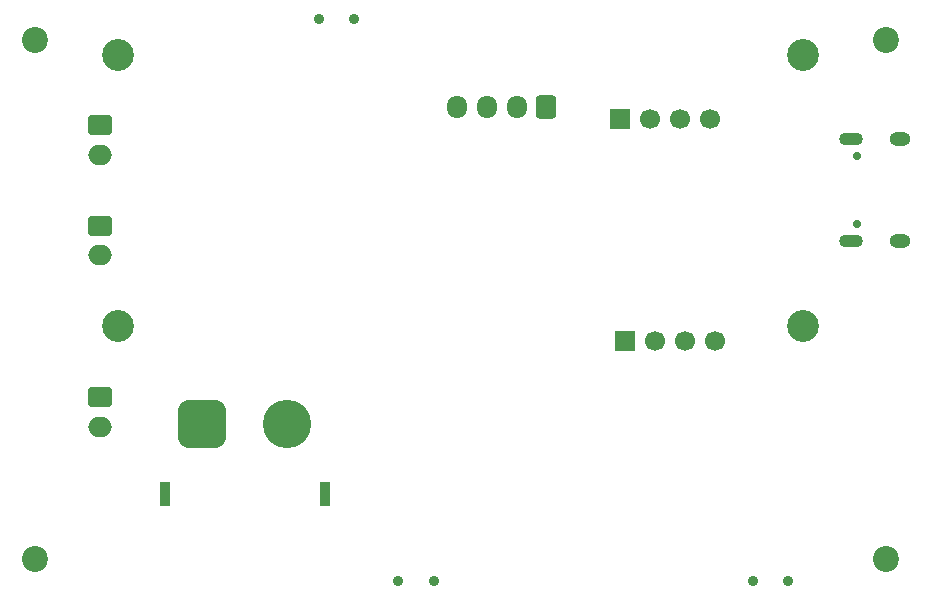
<source format=gbr>
%TF.GenerationSoftware,KiCad,Pcbnew,9.0.2*%
%TF.CreationDate,2025-06-02T04:20:20-04:00*%
%TF.ProjectId,VolleyBot,566f6c6c-6579-4426-9f74-2e6b69636164,rev?*%
%TF.SameCoordinates,Original*%
%TF.FileFunction,Soldermask,Bot*%
%TF.FilePolarity,Negative*%
%FSLAX46Y46*%
G04 Gerber Fmt 4.6, Leading zero omitted, Abs format (unit mm)*
G04 Created by KiCad (PCBNEW 9.0.2) date 2025-06-02 04:20:20*
%MOMM*%
%LPD*%
G01*
G04 APERTURE LIST*
G04 Aperture macros list*
%AMRoundRect*
0 Rectangle with rounded corners*
0 $1 Rounding radius*
0 $2 $3 $4 $5 $6 $7 $8 $9 X,Y pos of 4 corners*
0 Add a 4 corners polygon primitive as box body*
4,1,4,$2,$3,$4,$5,$6,$7,$8,$9,$2,$3,0*
0 Add four circle primitives for the rounded corners*
1,1,$1+$1,$2,$3*
1,1,$1+$1,$4,$5*
1,1,$1+$1,$6,$7*
1,1,$1+$1,$8,$9*
0 Add four rect primitives between the rounded corners*
20,1,$1+$1,$2,$3,$4,$5,0*
20,1,$1+$1,$4,$5,$6,$7,0*
20,1,$1+$1,$6,$7,$8,$9,0*
20,1,$1+$1,$8,$9,$2,$3,0*%
G04 Aperture macros list end*
%ADD10C,0.900000*%
%ADD11O,1.800000X1.200000*%
%ADD12O,2.000000X1.100000*%
%ADD13C,0.700000*%
%ADD14R,1.700000X1.700000*%
%ADD15C,1.700000*%
%ADD16RoundRect,0.250000X0.600000X0.725000X-0.600000X0.725000X-0.600000X-0.725000X0.600000X-0.725000X0*%
%ADD17O,1.700000X1.950000*%
%ADD18RoundRect,0.250000X-0.750000X0.600000X-0.750000X-0.600000X0.750000X-0.600000X0.750000X0.600000X0*%
%ADD19O,2.000000X1.700000*%
%ADD20R,0.900000X2.000000*%
%ADD21RoundRect,1.025000X1.025000X1.025000X-1.025000X1.025000X-1.025000X-1.025000X1.025000X-1.025000X0*%
%ADD22C,4.100000*%
%ADD23C,2.200000*%
%ADD24C,2.700000*%
G04 APERTURE END LIST*
D10*
%TO.C,SW2*%
X141250000Y-114105000D03*
X138250000Y-114105000D03*
%TD*%
%TO.C,SW3*%
X108250000Y-114080000D03*
X111250000Y-114080000D03*
%TD*%
D11*
%TO.C,USB2*%
X150760000Y-76680000D03*
D12*
X146550000Y-76680000D03*
D11*
X150760000Y-85320000D03*
D12*
X146550000Y-85320000D03*
D13*
X147080000Y-78110000D03*
X147080000Y-83890000D03*
%TD*%
D10*
%TO.C,SW1*%
X101500000Y-66500000D03*
X104500000Y-66500000D03*
%TD*%
D14*
%TO.C,J2*%
X127000000Y-74945000D03*
D15*
X129540000Y-74945000D03*
X132080000Y-74945000D03*
X134620000Y-74945000D03*
%TD*%
D16*
%TO.C,J4*%
X120750000Y-73945000D03*
D17*
X118250000Y-73945000D03*
X115750000Y-73945000D03*
X113250000Y-73945000D03*
%TD*%
D18*
%TO.C,J5*%
X82945000Y-75500000D03*
D19*
X82945000Y-78000000D03*
%TD*%
D18*
%TO.C,J6*%
X82945000Y-84000000D03*
D19*
X82945000Y-86500000D03*
%TD*%
D18*
%TO.C,J7*%
X82945000Y-98500000D03*
D19*
X82945000Y-101000000D03*
%TD*%
D20*
%TO.C,J3*%
X102000000Y-106750000D03*
X88500000Y-106750000D03*
D21*
X91650000Y-100750000D03*
D22*
X98850000Y-100750000D03*
%TD*%
D23*
%TO.C,H1*%
X149500000Y-68250000D03*
%TD*%
%TO.C,H2*%
X77500000Y-112250000D03*
%TD*%
%TO.C,H3*%
X149500000Y-112250000D03*
%TD*%
%TO.C,H4*%
X77500000Y-68250000D03*
%TD*%
D24*
%TO.C,H5*%
X84500000Y-69500000D03*
%TD*%
%TO.C,H6*%
X142500000Y-69500000D03*
%TD*%
%TO.C,H7*%
X142500000Y-92500000D03*
%TD*%
%TO.C,H8*%
X84500000Y-92500000D03*
%TD*%
D14*
%TO.C,J1*%
X127460000Y-93750000D03*
D15*
X130000000Y-93750000D03*
X132540000Y-93750000D03*
X135080000Y-93750000D03*
%TD*%
M02*

</source>
